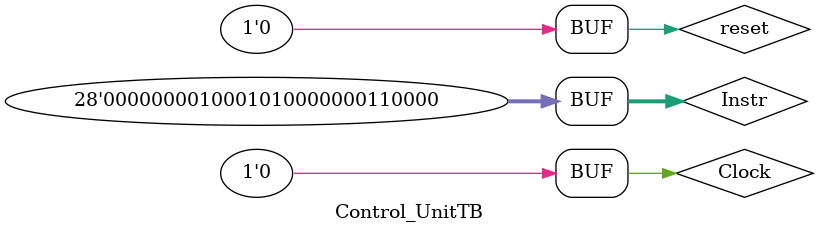
<source format=sv>
module Control_UnitTB();

logic Clock, reset, RegWrite, MemWrite, MemToReg;
logic [1:0] ALUSrc, ImmSrc, RegSrc;
logic [2:0] ALUControl;
logic [27:0] Instr;

  // Clock generator
always
  begin
    #10 Clock = 1;
    #10 Clock = 0;
  end
  
control_unit controlUnitTB (Clock,Instr[17:0], RegWrite, MemWrite, MemToReg, ImmSrc, ALUSrc, RegSrc, ALUControl);

initial begin 
	reset=0;
	//Instr= 28'b0000000000000000001100110011; // ADD
	//Instr= 28'b0000000000000011001100110011; //MUL
	//Instr= 28'b0000000000000100001100110011; //CONV
	Instr= 28'b0000000010001010000000110000; //MOV
	//Instr= 28'b0000000000010001000000110101; //LDR
	//Instr= 28'b0000000000010000000010000010; //STR
end

endmodule

</source>
